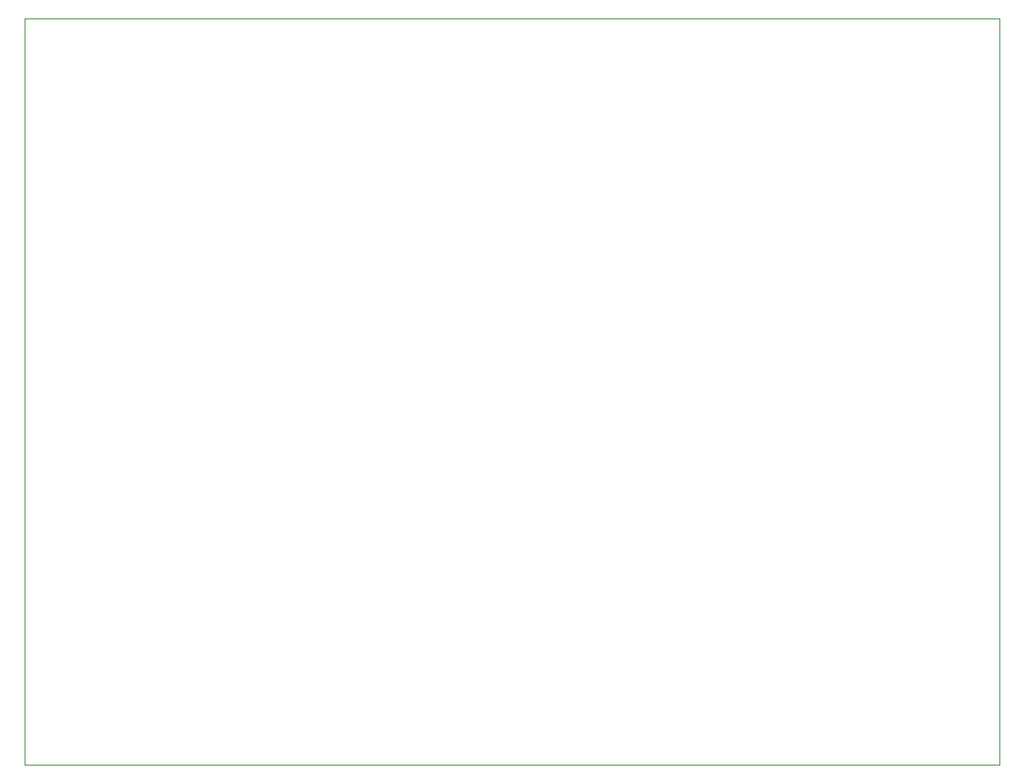
<source format=gbr>
%TF.GenerationSoftware,KiCad,Pcbnew,9.0.4*%
%TF.CreationDate,2025-11-19T22:25:04-07:00*%
%TF.ProjectId,PIC circuit,50494320-6369-4726-9375-69742e6b6963,rev?*%
%TF.SameCoordinates,Original*%
%TF.FileFunction,Profile,NP*%
%FSLAX46Y46*%
G04 Gerber Fmt 4.6, Leading zero omitted, Abs format (unit mm)*
G04 Created by KiCad (PCBNEW 9.0.4) date 2025-11-19 22:25:04*
%MOMM*%
%LPD*%
G01*
G04 APERTURE LIST*
%TA.AperFunction,Profile*%
%ADD10C,0.050000*%
%TD*%
G04 APERTURE END LIST*
D10*
X104500000Y-58000000D02*
X198500000Y-58000000D01*
X198500000Y-130000000D01*
X104500000Y-130000000D01*
X104500000Y-58000000D01*
M02*

</source>
